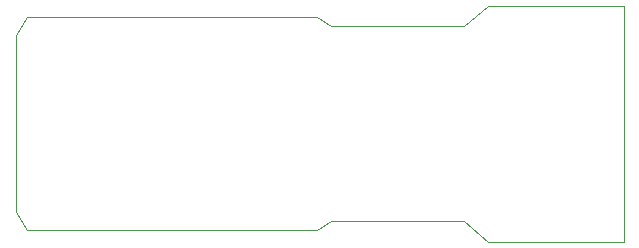
<source format=gm1>
G04 #@! TF.GenerationSoftware,KiCad,Pcbnew,(5.1.10)-1*
G04 #@! TF.CreationDate,2021-07-14T18:31:49+02:00*
G04 #@! TF.ProjectId,MSPBMP2-stick,4d535042-4d50-4322-9d73-7469636b2e6b,rev?*
G04 #@! TF.SameCoordinates,Original*
G04 #@! TF.FileFunction,Profile,NP*
%FSLAX46Y46*%
G04 Gerber Fmt 4.6, Leading zero omitted, Abs format (unit mm)*
G04 Created by KiCad (PCBNEW (5.1.10)-1) date 2021-07-14 18:31:49*
%MOMM*%
%LPD*%
G01*
G04 APERTURE LIST*
G04 #@! TA.AperFunction,Profile*
%ADD10C,0.050000*%
G04 #@! TD*
G04 APERTURE END LIST*
D10*
X89000000Y-69800000D02*
X90250000Y-69050000D01*
X89000000Y-51800000D02*
X90250000Y-52550000D01*
X101500000Y-52550000D02*
X103500000Y-50800000D01*
X90250000Y-52550000D02*
X101500000Y-52550000D01*
X101500000Y-69050000D02*
X103500000Y-70800000D01*
X90250000Y-69050000D02*
X101500000Y-69050000D01*
X64500000Y-51800000D02*
X89000000Y-51800000D01*
X63500000Y-53300000D02*
X64500000Y-51800000D01*
X64500000Y-69800000D02*
X89000000Y-69800000D01*
X63500000Y-68300000D02*
X64500000Y-69800000D01*
X63500000Y-68300000D02*
X63500000Y-53300000D01*
X115000000Y-70800000D02*
X103500000Y-70800000D01*
X115000000Y-50800000D02*
X115000000Y-70800000D01*
X103500000Y-50800000D02*
X115000000Y-50800000D01*
M02*

</source>
